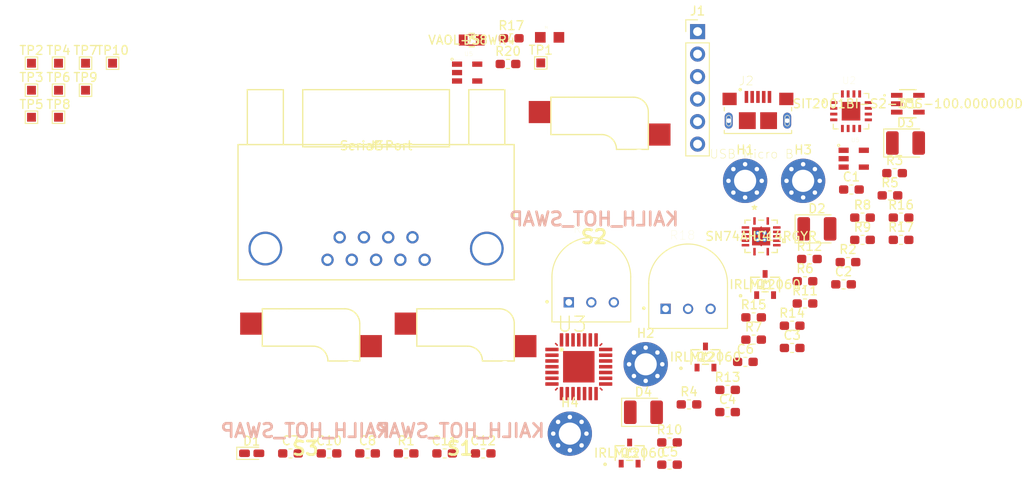
<source format=kicad_pcb>
(kicad_pcb (version 20171130) (host pcbnew 5.1.6-c6e7f7d~87~ubuntu18.04.1)
  (layers (0 F.Cu signal) (31 B.Cu signal) (34 B.Paste user) (35 F.Paste user) (36 B.SilkS user) (37 F.SilkS user) (38 B.Mask user) (39 F.Mask user) (44 Edge.Cuts user))
  (net 0 "")
  (net 1 GND)
  (net 2 +3V3)
  (net 3 +5V)
  (net 4 "Net-(C4-Pad1)")
  (net 5 "Net-(C7-Pad2)")
  (net 6 "Net-(C8-Pad2)")
  (net 7 "Net-(C11-Pad1)")
  (net 8 "Net-(D1-Pad2)")
  (net 9 "Net-(J2-Pad2)")
  (net 10 "Net-(J2-Pad3)")
  (net 11 "Net-(J2-Pad4)")
  (net 12 "Net-(J2-PadS1)")
  (net 13 "Net-(J3-Pad1)")
  (net 14 "Net-(J3-Pad4)")
  (net 15 "Net-(J3-Pad5)")
  (net 16 "Net-(J3-Pad6)")
  (net 17 "Net-(J3-Pad7)")
  (net 18 "Net-(J3-Pad8)")
  (net 19 "Net-(J3-Pad9)")
  (net 20 "Net-(R1-Pad1)")
  (net 21 "Net-(R3-Pad2)")
  (net 22 "Net-(R5-Pad2)")
  (net 23 "Net-(D2-Pad4)")
  (net 24 "Net-(J1-PadMCLR)")
  (net 25 "Net-(D4-Pad4)")
  (net 26 "Net-(D3-Pad4)")
  (net 27 "Net-(D3-Pad3)")
  (net 28 "Net-(D2-Pad3)")
  (net 29 "Net-(D4-Pad3)")
  (net 30 "Net-(R17-Pad2)")
  (net 31 "Net-(U1-Pad2)")
  (net 32 "Net-(U2-Pad2)")
  (net 33 "Net-(U2-Pad4)")
  (net 34 "Net-(U2-Pad5)")
  (net 35 "Net-(U2-Pad11)")
  (net 36 "Net-(U2-Pad14)")
  (net 37 "Net-(U2-Pad15)")
  (net 38 "Net-(U2-Pad16)")
  (net 39 "Net-(U3-PadRA2)")
  (net 40 "Net-(U3-PadRA3)")
  (net 41 "Net-(U3-PadRA4)")
  (net 42 SWITCH_OUT_1)
  (net 43 SWITCH_OUT_2)
  (net 44 SWITCH_OUT_3)
  (net 45 PGD)
  (net 46 PGC)
  (net 47 "Net-(U3-PadRB12)")
  (net 48 "Net-(U4-Pad3)")
  (net 49 "Net-(U4-Pad4)")
  (net 50 "Net-(U4-Pad8)")
  (net 51 "Net-(U4-Pad9)")
  (net 52 "Net-(U4-Pad10)")
  (net 53 "Net-(U4-Pad11)")
  (net 54 "Net-(J1-PadNC)")
  (net 55 /3V@20mA)
  (net 56 "Net-(D1-Pad+)")
  (net 57 "Net-(D2-Pad1)")
  (net 58 "Net-(D3-Pad1)")
  (net 59 "Net-(D4-Pad1)")
  (net 60 /2V@15mA)
  (net 61 "Net-(D5-Pad2)")
  (net 62 /RX)
  (net 63 /TX)
  (net 64 /Blue)
  (net 65 /1.7V@69mA)
  (net 66 /3V@69mA)
  (net 67 /Red)
  (net 68 /Green)
  (net 69 /1.7V@57mA)
  (net 70 /PWM-Hue)
  (net 71 /PWM-Brightness)
  (net 72 "Net-(TP1-Pad1)")
  (net 73 "Net-(U3-PadRB1)")
  (net 74 "Net-(U4-Pad15)")
  (net 75 "Net-(U5-Pad4)")
  (module Capacitor_SMD:C_0603_1608Metric_Pad1.05x0.95mm_HandSolder (layer F.Cu) (at 143.095001 -2.494999)
    (fp_text reference C1 (at 0 -1.43) (layer F.SilkS))
    (fp_text value 0.1UF)
    (pad 1 smd roundrect (at -0.875 0) (size 1.05 0.95) (layers F.Cu F.Paste F.Mask) (net 1 GND))
    (pad 2 smd roundrect (at 0.875 0) (size 1.05 0.95) (layers F.Cu F.Paste F.Mask) (net 2 +3V3))
  )
  (module Capacitor_SMD:C_0603_1608Metric_Pad1.05x0.95mm_HandSolder (layer F.Cu) (at 142.205001 8.205001)
    (fp_text reference C2 (at 0 -1.43) (layer F.SilkS))
    (fp_text value 1UF)
    (pad 1 smd roundrect (at -0.875 0) (size 1.05 0.95) (layers F.Cu F.Paste F.Mask) (net 3 +5V))
    (pad 2 smd roundrect (at 0.875 0) (size 1.05 0.95) (layers F.Cu F.Paste F.Mask) (net 1 GND))
  )
  (module Capacitor_SMD:C_0603_1608Metric_Pad1.05x0.95mm_HandSolder (layer F.Cu) (at 136.405001 15.385001)
    (fp_text reference C3 (at 0 -1.43) (layer F.SilkS))
    (fp_text value 10uF)
    (pad 2 smd roundrect (at 0.875 0) (size 1.05 0.95) (layers F.Cu F.Paste F.Mask) (net 1 GND))
    (pad 1 smd roundrect (at -0.875 0) (size 1.05 0.95) (layers F.Cu F.Paste F.Mask) (net 3 +5V))
  )
  (module Capacitor_SMD:C_0603_1608Metric_Pad1.05x0.95mm_HandSolder (layer F.Cu) (at 129.115001 22.625001)
    (fp_text reference C4 (at 0 -1.43) (layer F.SilkS))
    (fp_text value 0.1UF)
    (pad 2 smd roundrect (at 0.875 0) (size 1.05 0.95) (layers F.Cu F.Paste F.Mask) (net 1 GND))
    (pad 1 smd roundrect (at -0.875 0) (size 1.05 0.95) (layers F.Cu F.Paste F.Mask) (net 4 "Net-(C4-Pad1)"))
  )
  (module Capacitor_SMD:C_0603_1608Metric_Pad1.05x0.95mm_HandSolder (layer F.Cu) (at 122.565001 28.555001)
    (fp_text reference C5 (at 0 -1.43) (layer F.SilkS))
    (fp_text value 0.1UF)
    (pad 1 smd roundrect (at -0.875 0) (size 1.05 0.95) (layers F.Cu F.Paste F.Mask) (net 1 GND))
    (pad 2 smd roundrect (at 0.875 0) (size 1.05 0.95) (layers F.Cu F.Paste F.Mask) (net 2 +3V3))
  )
  (module Capacitor_SMD:C_0603_1608Metric_Pad1.05x0.95mm_HandSolder (layer F.Cu) (at 131.125001 16.955001)
    (fp_text reference C6 (at 0 -1.43) (layer F.SilkS))
    (fp_text value 0.1UF)
    (pad 2 smd roundrect (at 0.875 0) (size 1.05 0.95) (layers F.Cu F.Paste F.Mask) (net 2 +3V3))
    (pad 1 smd roundrect (at -0.875 0) (size 1.05 0.95) (layers F.Cu F.Paste F.Mask) (net 1 GND))
  )
  (module Capacitor_SMD:C_0603_1608Metric_Pad1.05x0.95mm_HandSolder (layer F.Cu) (at 79.785001 27.285001)
    (fp_text reference C7 (at 0 -1.43) (layer F.SilkS))
    (fp_text value 0.1UF)
    (pad 1 smd roundrect (at -0.875 0) (size 1.05 0.95) (layers F.Cu F.Paste F.Mask) (net 1 GND))
    (pad 2 smd roundrect (at 0.875 0) (size 1.05 0.95) (layers F.Cu F.Paste F.Mask) (net 5 "Net-(C7-Pad2)"))
  )
  (module Capacitor_SMD:C_0603_1608Metric_Pad1.05x0.95mm_HandSolder (layer F.Cu) (at 88.485001 27.285001)
    (fp_text reference C8 (at 0 -1.43) (layer F.SilkS))
    (fp_text value 0.1UF)
    (pad 2 smd roundrect (at 0.875 0) (size 1.05 0.95) (layers F.Cu F.Paste F.Mask) (net 6 "Net-(C8-Pad2)"))
    (pad 1 smd roundrect (at -0.875 0) (size 1.05 0.95) (layers F.Cu F.Paste F.Mask) (net 1 GND))
  )
  (module Capacitor_SMD:C_0603_1608Metric_Pad1.05x0.95mm_HandSolder (layer F.Cu) (at 84.135001 27.285001)
    (fp_text reference C10 (at 0 -1.43) (layer F.SilkS))
    (fp_text value 0.1UF)
    (pad 1 smd roundrect (at -0.875 0) (size 1.05 0.95) (layers F.Cu F.Paste F.Mask) (net 1 GND))
    (pad 2 smd roundrect (at 0.875 0) (size 1.05 0.95) (layers F.Cu F.Paste F.Mask) (net 2 +3V3))
  )
  (module Capacitor_SMD:C_0603_1608Metric_Pad1.05x0.95mm_HandSolder (layer F.Cu) (at 97.185001 27.285001)
    (fp_text reference C11 (at 0 -1.43) (layer F.SilkS))
    (fp_text value 0.1uF)
    (pad 1 smd roundrect (at -0.875 0) (size 1.05 0.95) (layers F.Cu F.Paste F.Mask) (net 7 "Net-(C11-Pad1)"))
    (pad 2 smd roundrect (at 0.875 0) (size 1.05 0.95) (layers F.Cu F.Paste F.Mask) (net 1 GND))
  )
  (module Capacitor_SMD:C_0603_1608Metric_Pad1.05x0.95mm_HandSolder (layer F.Cu) (at 101.535001 27.285001)
    (fp_text reference C12 (at 0 -1.43) (layer F.SilkS))
    (fp_text value 1UF)
    (pad 2 smd roundrect (at 0.875 0) (size 1.05 0.95) (layers F.Cu F.Paste F.Mask) (net 1 GND))
    (pad 1 smd roundrect (at -0.875 0) (size 1.05 0.95) (layers F.Cu F.Paste F.Mask) (net 2 +3V3))
  )
  (module LED_SMD:LED_0603_1608Metric_Castellated (layer F.Cu) (at 75.405001 27.275001)
    (fp_text reference D1 (at 0 -1.38) (layer F.SilkS))
    (fp_text value "RED LED")
    (pad 1 smd roundrect (at -0.8125 0) (size 1.225 0.85) (layers F.Cu F.Paste F.Mask) (net 1 GND))
    (pad 2 smd roundrect (at 0.8125 0) (size 1.225 0.85) (layers F.Cu F.Paste F.Mask) (net 8 "Net-(D1-Pad2)"))
  )
  (module LED_SMD:LED_1210_3225Metric_Pad1.42x2.65mm_HandSolder (layer F.Cu) (at 139.200001 1.945001)
    (fp_text reference D2 (at 0 -2.28) (layer F.SilkS))
    (fp_text value LED)
    (pad 1 smd roundrect (at -1.4875 0) (size 1.425 2.65) (layers F.Cu F.Paste F.Mask) (roundrect_rratio 0.175439) (net 57 "Net-(D2-Pad1)"))
    (pad 2 smd roundrect (at 1.4875 0) (size 1.425 2.65) (layers F.Cu F.Paste F.Mask) (roundrect_rratio 0.175439) (net 3 +5V))
  )
  (module LED_SMD:LED_1210_3225Metric_Pad1.42x2.65mm_HandSolder (layer F.Cu) (at 149.200001 -7.744999)
    (fp_text reference D3 (at 0 -2.28) (layer F.SilkS))
    (fp_text value LED)
    (pad 1 smd roundrect (at -1.4875 0) (size 1.425 2.65) (layers F.Cu F.Paste F.Mask) (roundrect_rratio 0.175439) (net 58 "Net-(D3-Pad1)"))
    (pad 2 smd roundrect (at 1.4875 0) (size 1.425 2.65) (layers F.Cu F.Paste F.Mask) (roundrect_rratio 0.175439) (net 3 +5V))
  )
  (module LED_SMD:LED_1210_3225Metric_Pad1.42x2.65mm_HandSolder (layer F.Cu) (at 119.620001 22.645001)
    (fp_text reference D4 (at 0 -2.28) (layer F.SilkS))
    (fp_text value LED)
    (pad 2 smd roundrect (at 1.4875 0) (size 1.425 2.65) (layers F.Cu F.Paste F.Mask) (roundrect_rratio 0.175439) (net 3 +5V))
    (pad 1 smd roundrect (at -1.4875 0) (size 1.425 2.65) (layers F.Cu F.Paste F.Mask) (roundrect_rratio 0.175439) (net 59 "Net-(D4-Pad1)"))
  )
  (module MountingHole:MountingHole_2.5mm_Pad_Via (layer F.Cu) (at 131.095001 -3.474999)
    (fp_text reference H1 (at 0 -3.5) (layer F.SilkS))
    (fp_text value MountingHole)
    (pad 1 thru_hole circle (at 1.325825 -1.325825) (size 0.8 0.8) (drill 0.5) (layers *.Cu *.Mask))
    (pad 1 thru_hole circle (at 0 -1.875) (size 0.8 0.8) (drill 0.5) (layers *.Cu *.Mask))
    (pad 1 thru_hole circle (at -1.325825 -1.325825) (size 0.8 0.8) (drill 0.5) (layers *.Cu *.Mask))
    (pad 1 thru_hole circle (at -1.875 0) (size 0.8 0.8) (drill 0.5) (layers *.Cu *.Mask))
    (pad 1 thru_hole circle (at -1.325825 1.325825) (size 0.8 0.8) (drill 0.5) (layers *.Cu *.Mask))
    (pad 1 thru_hole circle (at 0 1.875) (size 0.8 0.8) (drill 0.5) (layers *.Cu *.Mask))
    (pad 1 thru_hole circle (at 1.325825 1.325825) (size 0.8 0.8) (drill 0.5) (layers *.Cu *.Mask))
    (pad 1 thru_hole circle (at 1.875 0) (size 0.8 0.8) (drill 0.5) (layers *.Cu *.Mask))
    (pad 1 thru_hole circle (at 0 0) (size 5 5) (drill 2.5) (layers *.Cu *.Mask))
  )
  (module MountingHole:MountingHole_2.5mm_Pad_Via (layer F.Cu) (at 119.875001 17.225001)
    (fp_text reference H2 (at 0 -3.5) (layer F.SilkS))
    (fp_text value MountingHole)
    (pad 1 thru_hole circle (at 1.325825 -1.325825) (size 0.8 0.8) (drill 0.5) (layers *.Cu *.Mask))
    (pad 1 thru_hole circle (at 0 -1.875) (size 0.8 0.8) (drill 0.5) (layers *.Cu *.Mask))
    (pad 1 thru_hole circle (at -1.325825 -1.325825) (size 0.8 0.8) (drill 0.5) (layers *.Cu *.Mask))
    (pad 1 thru_hole circle (at -1.875 0) (size 0.8 0.8) (drill 0.5) (layers *.Cu *.Mask))
    (pad 1 thru_hole circle (at -1.325825 1.325825) (size 0.8 0.8) (drill 0.5) (layers *.Cu *.Mask))
    (pad 1 thru_hole circle (at 0 1.875) (size 0.8 0.8) (drill 0.5) (layers *.Cu *.Mask))
    (pad 1 thru_hole circle (at 1.325825 1.325825) (size 0.8 0.8) (drill 0.5) (layers *.Cu *.Mask))
    (pad 1 thru_hole circle (at 1.875 0) (size 0.8 0.8) (drill 0.5) (layers *.Cu *.Mask))
    (pad 1 thru_hole circle (at 0 0) (size 5 5) (drill 2.5) (layers *.Cu *.Mask))
  )
  (module MountingHole:MountingHole_2.5mm_Pad_Via (layer F.Cu) (at 137.645001 -3.474999)
    (fp_text reference H3 (at 0 -3.5) (layer F.SilkS))
    (fp_text value MountingHole)
    (pad 1 thru_hole circle (at 0 0) (size 5 5) (drill 2.5) (layers *.Cu *.Mask))
    (pad 1 thru_hole circle (at 1.875 0) (size 0.8 0.8) (drill 0.5) (layers *.Cu *.Mask))
    (pad 1 thru_hole circle (at 1.325825 1.325825) (size 0.8 0.8) (drill 0.5) (layers *.Cu *.Mask))
    (pad 1 thru_hole circle (at 0 1.875) (size 0.8 0.8) (drill 0.5) (layers *.Cu *.Mask))
    (pad 1 thru_hole circle (at -1.325825 1.325825) (size 0.8 0.8) (drill 0.5) (layers *.Cu *.Mask))
    (pad 1 thru_hole circle (at -1.875 0) (size 0.8 0.8) (drill 0.5) (layers *.Cu *.Mask))
    (pad 1 thru_hole circle (at -1.325825 -1.325825) (size 0.8 0.8) (drill 0.5) (layers *.Cu *.Mask))
    (pad 1 thru_hole circle (at 0 -1.875) (size 0.8 0.8) (drill 0.5) (layers *.Cu *.Mask))
    (pad 1 thru_hole circle (at 1.325825 -1.325825) (size 0.8 0.8) (drill 0.5) (layers *.Cu *.Mask))
  )
  (module MountingHole:MountingHole_2.5mm_Pad_Via (layer F.Cu) (at 111.315001 25.055001)
    (fp_text reference H4 (at 0 -3.5) (layer F.SilkS))
    (fp_text value MountingHole)
    (pad 1 thru_hole circle (at 0 0) (size 5 5) (drill 2.5) (layers *.Cu *.Mask))
    (pad 1 thru_hole circle (at 1.875 0) (size 0.8 0.8) (drill 0.5) (layers *.Cu *.Mask))
    (pad 1 thru_hole circle (at 1.325825 1.325825) (size 0.8 0.8) (drill 0.5) (layers *.Cu *.Mask))
    (pad 1 thru_hole circle (at 0 1.875) (size 0.8 0.8) (drill 0.5) (layers *.Cu *.Mask))
    (pad 1 thru_hole circle (at -1.325825 1.325825) (size 0.8 0.8) (drill 0.5) (layers *.Cu *.Mask))
    (pad 1 thru_hole circle (at -1.875 0) (size 0.8 0.8) (drill 0.5) (layers *.Cu *.Mask))
    (pad 1 thru_hole circle (at -1.325825 -1.325825) (size 0.8 0.8) (drill 0.5) (layers *.Cu *.Mask))
    (pad 1 thru_hole circle (at 0 -1.875) (size 0.8 0.8) (drill 0.5) (layers *.Cu *.Mask))
    (pad 1 thru_hole circle (at 1.325825 -1.325825) (size 0.8 0.8) (drill 0.5) (layers *.Cu *.Mask))
  )
  (module serial-mini:FCI_10118193-0001LF (layer F.Cu) (at 132.545001 -10.269999)
    (fp_text reference J2 (at -1.31441 -4.48892) (layer F.SilkS) (effects (font (thickness 0.05))))
    (fp_text value "USB Micro B" (at -0.71108 3.76872) (layer F.SilkS) (effects (font (thickness 0.05))))
    (fp_line (start -3.05 -0.35) (end -3.05 0.35) (layer Edge.Cuts) (width 0.1))
    (fp_line (start -3.55 0.35) (end -3.55 -0.35) (layer Edge.Cuts) (width 0.1))
    (fp_line (start 3.55 -0.35) (end 3.55 0.35) (layer Edge.Cuts) (width 0.1))
    (fp_line (start 3.05 0.35) (end 3.05 -0.35) (layer Edge.Cuts) (width 0.1))
    (fp_arc (start -3.3 -0.35) (end -3.3 -0.6) (angle -90) (layer Edge.Cuts) (width 0.1))
    (fp_arc (start -3.3 -0.35) (end -3.05 -0.35) (angle -90) (layer Edge.Cuts) (width 0.1))
    (fp_arc (start -3.3 0.35) (end -3.3 0.6) (angle -90) (layer Edge.Cuts) (width 0.1))
    (fp_arc (start -3.3 0.35) (end -3.55 0.35) (angle -90) (layer Edge.Cuts) (width 0.1))
    (fp_arc (start 3.3 -0.35) (end 3.3 -0.6) (angle -90) (layer Edge.Cuts) (width 0.1))
    (fp_arc (start 3.3 -0.35) (end 3.55 -0.35) (angle -90) (layer Edge.Cuts) (width 0.1))
    (fp_arc (start 3.3 0.35) (end 3.3 0.6) (angle -90) (layer Edge.Cuts) (width 0.1))
    (fp_arc (start 3.3 0.35) (end 3.05 0.35) (angle -90) (layer Edge.Cuts) (width 0.1))
    (fp_text user PCB~END (at 4.75 1.3) (layer Edge.Cuts) (effects (font (thickness 0.05))))
    (pad 1 smd rect (at -1.3 -2.675) (size 0.4 1.35) (layers F.Cu F.Paste F.Mask) (net 3 +5V))
    (pad 2 smd rect (at -0.65 -2.675) (size 0.4 1.35) (layers F.Cu F.Paste F.Mask) (net 9 "Net-(J2-Pad2)"))
    (pad 3 smd rect (at 0 -2.675) (size 0.4 1.35) (layers F.Cu F.Paste F.Mask) (net 10 "Net-(J2-Pad3)"))
    (pad 4 smd rect (at 0.65 -2.675) (size 0.4 1.35) (layers F.Cu F.Paste F.Mask) (net 11 "Net-(J2-Pad4)"))
    (pad 5 smd rect (at 1.3 -2.675) (size 0.4 1.35) (layers F.Cu F.Paste F.Mask) (net 1 GND))
    (pad S1 smd rect (at -3.2 -2.45) (size 1.6 1.4) (layers F.Cu F.Paste F.Mask) (net 12 "Net-(J2-PadS1)"))
    (pad S2 smd rect (at 3.2 -2.45) (size 1.6 1.4) (layers F.Cu F.Paste F.Mask) (net 12 "Net-(J2-PadS1)"))
    (pad S4 smd rect (at -1.2 0) (size 1.9 1.9) (layers F.Cu F.Paste F.Mask) (net 12 "Net-(J2-PadS1)"))
    (pad S3 smd rect (at 1.2 0) (size 1.9 1.9) (layers F.Cu F.Paste F.Mask) (net 12 "Net-(J2-PadS1)"))
    (pad Hole np_thru_hole circle (at -3.3 0) (size 0.5 0.5) (drill 0.5) (layers *.Cu *.Mask F.SilkS))
    (pad Hole np_thru_hole circle (at 3.3 0) (size 0.5 0.5) (drill 0.5) (layers *.Cu *.Mask F.SilkS))
    (pad S5 thru_hole oval (at -3.3 0 90) (size 1.8 0.9) (drill 0.5) (layers *.Cu *.Mask) (net 12 "Net-(J2-PadS1)"))
    (pad S6 thru_hole oval (at 3.3 0 90) (size 1.8 0.9) (drill 0.5) (layers *.Cu *.Mask) (net 12 "Net-(J2-PadS1)"))
  )
  (module serial-mini:3-106505-2 (layer F.Cu) (at 89.446101 -7.442199)
    (fp_text reference J3 (at 0 0) (layer F.SilkS))
    (fp_text value "Serial Port" (at 0 0) (layer F.SilkS))
    (fp_text user * (at 0 0) (layer F.SilkS))
    (pad 1 thru_hole circle (at -5.479999 12.8778) (size 1.397 1.397) (drill 0.889) (layers *.Cu *.Mask) (net 13 "Net-(J3-Pad1)"))
    (pad 2 thru_hole circle (at -2.74 12.8778) (size 1.397 1.397) (drill 0.889) (layers *.Cu *.Mask) (net 62 /RX))
    (pad 3 thru_hole circle (at 0 12.8778) (size 1.397 1.397) (drill 0.889) (layers *.Cu *.Mask) (net 63 /TX))
    (pad 4 thru_hole circle (at 2.74 12.8778) (size 1.397 1.397) (drill 0.889) (layers *.Cu *.Mask) (net 14 "Net-(J3-Pad4)"))
    (pad 5 thru_hole circle (at 5.479999 12.8778) (size 1.397 1.397) (drill 0.889) (layers *.Cu *.Mask) (net 15 "Net-(J3-Pad5)"))
    (pad 6 thru_hole circle (at -4.109999 10.3378) (size 1.397 1.397) (drill 0.889) (layers *.Cu *.Mask) (net 16 "Net-(J3-Pad6)"))
    (pad 7 thru_hole circle (at -1.37 10.3378) (size 1.397 1.397) (drill 0.889) (layers *.Cu *.Mask) (net 17 "Net-(J3-Pad7)"))
    (pad 8 thru_hole circle (at 1.37 10.3378) (size 1.397 1.397) (drill 0.889) (layers *.Cu *.Mask) (net 18 "Net-(J3-Pad8)"))
    (pad 9 thru_hole circle (at 4.109999 10.3378) (size 1.397 1.397) (drill 0.889) (layers *.Cu *.Mask) (net 19 "Net-(J3-Pad9)"))
    (pad 10 thru_hole circle (at -12.4968 11.6078) (size 3.81 3.81) (drill 3.302) (layers *.Cu *.Mask))
    (pad 11 thru_hole circle (at 12.4968 11.6078) (size 3.81 3.81) (drill 3.302) (layers *.Cu *.Mask))
  )
  (module serial-mini:IRLML2060TRPBF (layer F.Cu) (at 133.351801 8.225801)
    (fp_text reference Q1 (at 0 0) (layer F.SilkS))
    (fp_text value IRLML2060 (at 0 0) (layer F.SilkS))
    (fp_text user * (at 0 0) (layer F.SilkS))
    (pad 1 smd rect (at -0.9525 1.1938) (size 0.5588 0.8636) (layers F.Cu F.Paste F.Mask) (net 64 /Blue))
    (pad 2 smd rect (at 0.9525 1.1938) (size 0.5588 0.8636) (layers F.Cu F.Paste F.Mask) (net 65 /1.7V@69mA))
    (pad 3 smd rect (at 0 -1.1938) (size 0.5588 0.8636) (layers F.Cu F.Paste F.Mask) (net 1 GND))
  )
  (module serial-mini:IRLML2060TRPBF (layer F.Cu) (at 126.621801 16.405801)
    (fp_text reference Q2 (at 0 0) (layer F.SilkS))
    (fp_text value IRLML2060 (at 0 0) (layer F.SilkS))
    (fp_text user * (at 0 0) (layer F.SilkS))
    (pad 3 smd rect (at 0 -1.1938) (size 0.5588 0.8636) (layers F.Cu F.Paste F.Mask) (net 1 GND))
    (pad 2 smd rect (at 0.9525 1.1938) (size 0.5588 0.8636) (layers F.Cu F.Paste F.Mask) (net 66 /3V@69mA))
    (pad 1 smd rect (at -0.9525 1.1938) (size 0.5588 0.8636) (layers F.Cu F.Paste F.Mask) (net 67 /Red))
  )
  (module serial-mini:IRLML2060TRPBF (layer F.Cu) (at 118.061801 27.245801)
    (fp_text reference Q3 (at 0 0) (layer F.SilkS))
    (fp_text value IRLML2060 (at 0 0) (layer F.SilkS))
    (fp_text user * (at 0 0) (layer F.SilkS))
    (pad 1 smd rect (at -0.9525 1.1938) (size 0.5588 0.8636) (layers F.Cu F.Paste F.Mask) (net 68 /Green))
    (pad 2 smd rect (at 0.9525 1.1938) (size 0.5588 0.8636) (layers F.Cu F.Paste F.Mask) (net 69 /1.7V@57mA))
    (pad 3 smd rect (at 0 -1.1938) (size 0.5588 0.8636) (layers F.Cu F.Paste F.Mask) (net 1 GND))
  )
  (module Resistor_SMD:R_0603_1608Metric_Pad1.05x0.95mm_HandSolder (layer F.Cu) (at 92.835001 27.285001)
    (fp_text reference R1 (at 0 -1.43) (layer F.SilkS))
    (fp_text value 10k)
    (pad 2 smd roundrect (at 0.875 0) (size 1.05 0.95) (layers F.Cu F.Paste F.Mask) (net 2 +3V3))
    (pad 1 smd roundrect (at -0.875 0) (size 1.05 0.95) (layers F.Cu F.Paste F.Mask) (net 20 "Net-(R1-Pad1)"))
  )
  (module Resistor_SMD:R_0603_1608Metric_Pad1.05x0.95mm_HandSolder (layer F.Cu) (at 142.705001 5.695001)
    (fp_text reference R2 (at 0 -1.43) (layer F.SilkS))
    (fp_text value 10k)
    (pad 1 smd roundrect (at -0.875 0) (size 1.05 0.95) (layers F.Cu F.Paste F.Mask) (net 20 "Net-(R1-Pad1)"))
    (pad 2 smd roundrect (at 0.875 0) (size 1.05 0.95) (layers F.Cu F.Paste F.Mask) (net 4 "Net-(C4-Pad1)"))
  )
  (module Resistor_SMD:R_0603_1608Metric_Pad1.05x0.95mm_HandSolder (layer F.Cu) (at 147.965001 -4.344999)
    (fp_text reference R3 (at 0 -1.43) (layer F.SilkS))
    (fp_text value 10k)
    (pad 1 smd roundrect (at -0.875 0) (size 1.05 0.95) (layers F.Cu F.Paste F.Mask) (net 2 +3V3))
    (pad 2 smd roundrect (at 0.875 0) (size 1.05 0.95) (layers F.Cu F.Paste F.Mask) (net 21 "Net-(R3-Pad2)"))
  )
  (module Resistor_SMD:R_0603_1608Metric_Pad1.05x0.95mm_HandSolder (layer F.Cu) (at 124.765001 21.755001)
    (fp_text reference R4 (at 0 -1.43) (layer F.SilkS))
    (fp_text value 10k)
    (pad 1 smd roundrect (at -0.875 0) (size 1.05 0.95) (layers F.Cu F.Paste F.Mask) (net 21 "Net-(R3-Pad2)"))
    (pad 2 smd roundrect (at 0.875 0) (size 1.05 0.95) (layers F.Cu F.Paste F.Mask) (net 5 "Net-(C7-Pad2)"))
  )
  (module Resistor_SMD:R_0603_1608Metric_Pad1.05x0.95mm_HandSolder (layer F.Cu) (at 147.445001 -1.834999)
    (fp_text reference R5 (at 0 -1.43) (layer F.SilkS))
    (fp_text value 10k)
    (pad 1 smd roundrect (at -0.875 0) (size 1.05 0.95) (layers F.Cu F.Paste F.Mask) (net 6 "Net-(C8-Pad2)"))
    (pad 2 smd roundrect (at 0.875 0) (size 1.05 0.95) (layers F.Cu F.Paste F.Mask) (net 22 "Net-(R5-Pad2)"))
  )
  (module Resistor_SMD:R_0603_1608Metric_Pad1.05x0.95mm_HandSolder (layer F.Cu) (at 137.855001 7.855001)
    (fp_text reference R6 (at 0 -1.43) (layer F.SilkS))
    (fp_text value 10k)
    (pad 1 smd roundrect (at -0.875 0) (size 1.05 0.95) (layers F.Cu F.Paste F.Mask) (net 2 +3V3))
    (pad 2 smd roundrect (at 0.875 0) (size 1.05 0.95) (layers F.Cu F.Paste F.Mask) (net 22 "Net-(R5-Pad2)"))
  )
  (module Resistor_SMD:R_0603_1608Metric_Pad1.05x0.95mm_HandSolder (layer F.Cu) (at 132.055001 14.445001)
    (fp_text reference R7 (at 0 -1.43) (layer F.SilkS))
    (fp_text value 74)
    (pad 2 smd roundrect (at 0.875 0) (size 1.05 0.95) (layers F.Cu F.Paste F.Mask) (net 28 "Net-(D2-Pad3)"))
    (pad 1 smd roundrect (at -0.875 0) (size 1.05 0.95) (layers F.Cu F.Paste F.Mask) (net 65 /1.7V@69mA))
  )
  (module Resistor_SMD:R_0603_1608Metric_Pad1.05x0.95mm_HandSolder (layer F.Cu) (at 144.345001 0.675001)
    (fp_text reference R8 (at 0 -1.43) (layer F.SilkS))
    (fp_text value 10k)
    (pad 2 smd roundrect (at 0.875 0) (size 1.05 0.95) (layers F.Cu F.Paste F.Mask) (net 2 +3V3))
    (pad 1 smd roundrect (at -0.875 0) (size 1.05 0.95) (layers F.Cu F.Paste F.Mask) (net 24 "Net-(J1-PadMCLR)"))
  )
  (module Resistor_SMD:R_0603_1608Metric_Pad1.05x0.95mm_HandSolder (layer F.Cu) (at 144.345001 3.185001)
    (fp_text reference R9 (at 0 -1.43) (layer F.SilkS))
    (fp_text value 74)
    (pad 2 smd roundrect (at 0.875 0) (size 1.05 0.95) (layers F.Cu F.Paste F.Mask) (net 29 "Net-(D4-Pad3)"))
    (pad 1 smd roundrect (at -0.875 0) (size 1.05 0.95) (layers F.Cu F.Paste F.Mask) (net 65 /1.7V@69mA))
  )
  (module Resistor_SMD:R_0603_1608Metric_Pad1.05x0.95mm_HandSolder (layer F.Cu) (at 122.565001 26.045001)
    (fp_text reference R10 (at 0 -1.43) (layer F.SilkS))
    (fp_text value 130)
    (pad 1 smd roundrect (at -0.875 0) (size 1.05 0.95) (layers F.Cu F.Paste F.Mask) (net 66 /3V@69mA))
    (pad 2 smd roundrect (at 0.875 0) (size 1.05 0.95) (layers F.Cu F.Paste F.Mask) (net 57 "Net-(D2-Pad1)"))
  )
  (module Resistor_SMD:R_0603_1608Metric_Pad1.05x0.95mm_HandSolder (layer F.Cu) (at 137.855001 10.365001)
    (fp_text reference R11 (at 0 -1.43) (layer F.SilkS))
    (fp_text value 74)
    (pad 1 smd roundrect (at -0.875 0) (size 1.05 0.95) (layers F.Cu F.Paste F.Mask) (net 65 /1.7V@69mA))
    (pad 2 smd roundrect (at 0.875 0) (size 1.05 0.95) (layers F.Cu F.Paste F.Mask) (net 27 "Net-(D3-Pad3)"))
  )
  (module Resistor_SMD:R_0603_1608Metric_Pad1.05x0.95mm_HandSolder (layer F.Cu) (at 138.355001 5.345001)
    (fp_text reference R12 (at 0 -1.43) (layer F.SilkS))
    (fp_text value 130)
    (pad 2 smd roundrect (at 0.875 0) (size 1.05 0.95) (layers F.Cu F.Paste F.Mask) (net 58 "Net-(D3-Pad1)"))
    (pad 1 smd roundrect (at -0.875 0) (size 1.05 0.95) (layers F.Cu F.Paste F.Mask) (net 66 /3V@69mA))
  )
  (module Resistor_SMD:R_0603_1608Metric_Pad1.05x0.95mm_HandSolder (layer F.Cu) (at 129.115001 20.115001)
    (fp_text reference R13 (at 0 -1.43) (layer F.SilkS))
    (fp_text value 90)
    (pad 2 smd roundrect (at 0.875 0) (size 1.05 0.95) (layers F.Cu F.Paste F.Mask) (net 26 "Net-(D3-Pad4)"))
    (pad 1 smd roundrect (at -0.875 0) (size 1.05 0.95) (layers F.Cu F.Paste F.Mask) (net 69 /1.7V@57mA))
  )
  (module Resistor_SMD:R_0603_1608Metric_Pad1.05x0.95mm_HandSolder (layer F.Cu) (at 136.405001 12.875001)
    (fp_text reference R14 (at 0 -1.43) (layer F.SilkS))
    (fp_text value 130)
    (pad 2 smd roundrect (at 0.875 0) (size 1.05 0.95) (layers F.Cu F.Paste F.Mask) (net 59 "Net-(D4-Pad1)"))
    (pad 1 smd roundrect (at -0.875 0) (size 1.05 0.95) (layers F.Cu F.Paste F.Mask) (net 66 /3V@69mA))
  )
  (module Resistor_SMD:R_0603_1608Metric_Pad1.05x0.95mm_HandSolder (layer F.Cu) (at 132.055001 11.935001)
    (fp_text reference R15 (at 0 -1.43) (layer F.SilkS))
    (fp_text value 90)
    (pad 2 smd roundrect (at 0.875 0) (size 1.05 0.95) (layers F.Cu F.Paste F.Mask) (net 23 "Net-(D2-Pad4)"))
    (pad 1 smd roundrect (at -0.875 0) (size 1.05 0.95) (layers F.Cu F.Paste F.Mask) (net 69 /1.7V@57mA))
  )
  (module Resistor_SMD:R_0603_1608Metric_Pad1.05x0.95mm_HandSolder (layer F.Cu) (at 148.695001 0.675001)
    (fp_text reference R16 (at 0 -1.43) (layer F.SilkS))
    (fp_text value 90)
    (pad 1 smd roundrect (at -0.875 0) (size 1.05 0.95) (layers F.Cu F.Paste F.Mask) (net 69 /1.7V@57mA))
    (pad 2 smd roundrect (at 0.875 0) (size 1.05 0.95) (layers F.Cu F.Paste F.Mask) (net 25 "Net-(D4-Pad4)"))
  )
  (module Resistor_SMD:R_0603_1608Metric_Pad1.05x0.95mm_HandSolder (layer F.Cu) (at 148.695001 3.185001)
    (fp_text reference R17 (at 0 -1.43) (layer F.SilkS))
    (fp_text value 90)
    (pad 1 smd roundrect (at -0.875 0) (size 1.05 0.95) (layers F.Cu F.Paste F.Mask) (net 8 "Net-(D1-Pad2)"))
    (pad 2 smd roundrect (at 0.875 0) (size 1.05 0.95) (layers F.Cu F.Paste F.Mask) (net 30 "Net-(R17-Pad2)"))
  )
  (module serial-mini:TRIM_3352T-1-103LF (layer F.Cu) (at 124.660001 8.100001)
    (fp_text reference R18 (at -0.625 -5.435) (layer F.SilkS) (effects (font (thickness 0.015))))
    (fp_text value 3352T-1-103LF)
    (pad 1 thru_hole rect (at -2.54 2.87) (size 1.16 1.16) (drill 0.76) (layers *.Cu *.Mask) (net 1 GND))
    (pad 2 thru_hole circle (at 0 2.87) (size 1.16 1.16) (drill 0.76) (layers *.Cu *.Mask) (net 70 /PWM-Hue))
    (pad 3 thru_hole circle (at 2.54 2.87) (size 1.16 1.16) (drill 0.76) (layers *.Cu *.Mask) (net 2 +3V3))
  )
  (module serial-mini:TRIM_3352T-1-103LF (layer F.Cu) (at 113.740001 7.370001)
    (fp_text reference R19 (at -0.625 -5.435) (layer F.SilkS) (effects (font (thickness 0.015))))
    (fp_text value 3352T-1-103LF)
    (pad 3 thru_hole circle (at 2.54 2.87) (size 1.16 1.16) (drill 0.76) (layers *.Cu *.Mask) (net 2 +3V3))
    (pad 2 thru_hole circle (at 0 2.87) (size 1.16 1.16) (drill 0.76) (layers *.Cu *.Mask) (net 71 /PWM-Brightness))
    (pad 1 thru_hole rect (at -2.54 2.87) (size 1.16 1.16) (drill 0.76) (layers *.Cu *.Mask) (net 1 GND))
  )
  (module serial-mini:Kailh_MX_Socket (layer F.Cu) (at 98.910501 17.720501)
    (fp_text reference S1 (at 0 9) (layer F.SilkS) (effects (font (size 1.524 1.524) (thickness 0.3048))))
    (fp_text value KAILH_HOT_SWAP (at 0 7) (layer B.SilkS) (effects (font (size 1.524 1.524) (thickness 0.3048)) (justify mirror)))
    (pad "" np_thru_hole circle (at 5.08 0) (size 1.7 1.7) (drill 1.7) (layers *.Cu *.Mask))
    (pad "" np_thru_hole circle (at -5.08 0) (size 1.7 1.7) (drill 1.7) (layers *.Cu *.Mask))
    (pad 2 smd rect (at -6.09 -5.08) (size 2.55 2.5) (layers F.Cu F.Paste F.Mask) (net 20 "Net-(R1-Pad1)"))
    (pad "" np_thru_hole circle (at 3.81 -2.54) (size 2.95 2.95) (drill 2.95) (layers *.Cu *.Mask))
    (pad "" np_thru_hole circle (at -2.54 -5.08) (size 2.95 2.95) (drill 2.95) (layers *.Cu *.Mask))
    (pad "" np_thru_hole circle (at 0 0) (size 3.98018 3.98018) (drill 3.98018) (layers *.Cu *.Mask))
    (pad 1 smd rect (at 7.36 -2.54) (size 2.55 2.5) (layers F.Cu F.Paste F.Mask) (net 1 GND))
  )
  (module serial-mini:Kailh_MX_Socket (layer F.Cu) (at 114.040501 -6.159499)
    (fp_text reference S2 (at 0 9) (layer F.SilkS) (effects (font (size 1.524 1.524) (thickness 0.3048))))
    (fp_text value KAILH_HOT_SWAP (at 0 7) (layer B.SilkS) (effects (font (size 1.524 1.524) (thickness 0.3048)) (justify mirror)))
    (pad 1 smd rect (at 7.36 -2.54) (size 2.55 2.5) (layers F.Cu F.Paste F.Mask) (net 1 GND))
    (pad "" np_thru_hole circle (at 0 0) (size 3.98018 3.98018) (drill 3.98018) (layers *.Cu *.Mask))
    (pad "" np_thru_hole circle (at -2.54 -5.08) (size 2.95 2.95) (drill 2.95) (layers *.Cu *.Mask))
    (pad "" np_thru_hole circle (at 3.81 -2.54) (size 2.95 2.95) (drill 2.95) (layers *.Cu *.Mask))
    (pad 2 smd rect (at -6.09 -5.08) (size 2.55 2.5) (layers F.Cu F.Paste F.Mask) (net 21 "Net-(R3-Pad2)"))
    (pad "" np_thru_hole circle (at -5.08 0) (size 1.7 1.7) (drill 1.7) (layers *.Cu *.Mask))
    (pad "" np_thru_hole circle (at 5.08 0) (size 1.7 1.7) (drill 1.7) (layers *.Cu *.Mask))
  )
  (module serial-mini:Kailh_MX_Socket (layer F.Cu) (at 81.470501 17.720501)
    (fp_text reference S3 (at 0 9) (layer F.SilkS) (effects (font (size 1.524 1.524) (thickness 0.3048))))
    (fp_text value KAILH_HOT_SWAP (at 0 7) (layer B.SilkS) (effects (font (size 1.524 1.524) (thickness 0.3048)) (justify mirror)))
    (pad 1 smd rect (at 7.36 -2.54) (size 2.55 2.5) (layers F.Cu F.Paste F.Mask) (net 22 "Net-(R5-Pad2)"))
    (pad "" np_thru_hole circle (at 0 0) (size 3.98018 3.98018) (drill 3.98018) (layers *.Cu *.Mask))
    (pad "" np_thru_hole circle (at -2.54 -5.08) (size 2.95 2.95) (drill 2.95) (layers *.Cu *.Mask))
    (pad "" np_thru_hole circle (at 3.81 -2.54) (size 2.95 2.95) (drill 2.95) (layers *.Cu *.Mask))
    (pad 2 smd rect (at -6.09 -5.08) (size 2.55 2.5) (layers F.Cu F.Paste F.Mask) (net 1 GND))
    (pad "" np_thru_hole circle (at -5.08 0) (size 1.7 1.7) (drill 1.7) (layers *.Cu *.Mask))
    (pad "" np_thru_hole circle (at 5.08 0) (size 1.7 1.7) (drill 1.7) (layers *.Cu *.Mask))
  )
  (module serial-mini:SIT2001BI-S2-33S-100.000000D (layer F.Cu) (at 149.461401 -12.179299)
    (fp_text reference U1 (at 0 0) (layer F.SilkS))
    (fp_text value SIT2001BI-S2-33S-100.000000D (at 0 0) (layer F.SilkS))
    (fp_text user * (at 0 0) (layer F.SilkS))
    (pad 5 smd rect (at 1.25 -0.950001) (size 1.3 0.55) (layers F.Cu F.Paste F.Mask) (net 72 "Net-(TP1-Pad1)"))
    (pad 4 smd rect (at 1.25 0.950001) (size 1.3 0.55) (layers F.Cu F.Paste F.Mask) (net 2 +3V3))
    (pad 3 smd rect (at -1.25 0.950001) (size 1.3 0.55) (layers F.Cu F.Paste F.Mask) (net 2 +3V3))
    (pad 2 smd rect (at -1.25 0) (size 1.3 0.55) (layers F.Cu F.Paste F.Mask) (net 31 "Net-(U1-Pad2)"))
    (pad 1 smd rect (at -1.25 -0.950001) (size 1.3 0.55) (layers F.Cu F.Paste F.Mask) (net 1 GND))
  )
  (module serial-mini:FT230XQ (layer F.Cu) (at 143.050001 -11.334999)
    (fp_text reference U2 (at -0.21808 -3.46754) (layer F.SilkS) (effects (font (size 0.8 0.8) (thickness 0.015))))
    (fp_text value FT230XQ-R)
    (pad 1 smd rect (at -1.95 -0.975) (size 0.81 0.32) (layers F.Cu F.Paste F.Mask) (net 7 "Net-(C11-Pad1)"))
    (pad 2 smd rect (at -1.95 -0.325) (size 0.81 0.32) (layers F.Cu F.Paste F.Mask) (net 32 "Net-(U2-Pad2)"))
    (pad 3 smd rect (at -1.95 0.325) (size 0.81 0.32) (layers F.Cu F.Paste F.Mask) (net 1 GND))
    (pad 4 smd rect (at -1.95 0.975) (size 0.81 0.32) (layers F.Cu F.Paste F.Mask) (net 33 "Net-(U2-Pad4)"))
    (pad 5 smd rect (at -0.975 1.95) (size 0.32 0.81) (layers F.Cu F.Paste F.Mask) (net 34 "Net-(U2-Pad5)"))
    (pad 6 smd rect (at -0.325 1.95) (size 0.32 0.81) (layers F.Cu F.Paste F.Mask) (net 10 "Net-(J2-Pad3)"))
    (pad 7 smd rect (at 0.325 1.95) (size 0.32 0.81) (layers F.Cu F.Paste F.Mask) (net 9 "Net-(J2-Pad2)"))
    (pad 8 smd rect (at 0.975 1.95) (size 0.32 0.81) (layers F.Cu F.Paste F.Mask) (net 7 "Net-(C11-Pad1)"))
    (pad 9 smd rect (at 1.95 0.975) (size 0.81 0.32) (layers F.Cu F.Paste F.Mask) (net 7 "Net-(C11-Pad1)"))
    (pad 10 smd rect (at 1.95 0.325) (size 0.81 0.32) (layers F.Cu F.Paste F.Mask) (net 3 +5V))
    (pad 11 smd rect (at 1.95 -0.325) (size 0.81 0.32) (layers F.Cu F.Paste F.Mask) (net 35 "Net-(U2-Pad11)"))
    (pad 12 smd rect (at 1.95 -0.975) (size 0.81 0.32) (layers F.Cu F.Paste F.Mask) (net 55 /3V@20mA))
    (pad 13 smd rect (at 0.975 -1.95) (size 0.32 0.81) (layers F.Cu F.Paste F.Mask) (net 1 GND))
    (pad 14 smd rect (at 0.325 -1.95) (size 0.32 0.81) (layers F.Cu F.Paste F.Mask) (net 36 "Net-(U2-Pad14)"))
    (pad 15 smd rect (at -0.325 -1.95) (size 0.32 0.81) (layers F.Cu F.Paste F.Mask) (net 37 "Net-(U2-Pad15)"))
    (pad 16 smd rect (at -0.975 -1.95) (size 0.32 0.81) (layers F.Cu F.Paste F.Mask) (net 38 "Net-(U2-Pad16)"))
    (pad 17 smd rect (at 0 0) (size 2.1 2.1) (layers F.Cu F.Mask) (net 1 GND))
  )
  (module serial-mini:‎DSPIC33CK32MP102 (layer F.Cu) (at 112.324601 17.504601)
    (fp_text reference U3 (at -2.54 -3.81) (layer F.SilkS) (effects (font (size 1.6891 1.6891) (thickness 0.14224)) (justify left bottom)))
    (fp_text value DSPIC33CK64MP102)
    (pad RB14 smd roundrect (at -3.031 -1.95) (size 1.5 0.4) (layers F.Cu F.Mask) (roundrect_rratio 0.125) (net 67 /Red))
    (pad RB15 smd roundrect (at -3.031 -1.3) (size 1.5 0.4) (layers F.Cu F.Mask) (roundrect_rratio 0.125) (net 64 /Blue))
    (pad MCLR smd roundrect (at -3.031 -0.65) (size 1.5 0.4) (layers F.Cu F.Mask) (roundrect_rratio 0.125) (net 24 "Net-(J1-PadMCLR)"))
    (pad RA0 smd roundrect (at -3.031 0) (size 1.5 0.4) (layers F.Cu F.Mask) (roundrect_rratio 0.125) (net 71 /PWM-Brightness))
    (pad RA1 smd roundrect (at -3.031 0.65) (size 1.5 0.4) (layers F.Cu F.Mask) (roundrect_rratio 0.125) (net 60 /2V@15mA))
    (pad RA2 smd roundrect (at -3.031 1.3) (size 1.5 0.4) (layers F.Cu F.Mask) (roundrect_rratio 0.125) (net 39 "Net-(U3-PadRA2)"))
    (pad RA3 smd roundrect (at -3.031 1.95) (size 1.5 0.4) (layers F.Cu F.Mask) (roundrect_rratio 0.125) (net 40 "Net-(U3-PadRA3)"))
    (pad RA4 smd roundrect (at -1.95 3.031 90) (size 1.5 0.4) (layers F.Cu F.Mask) (roundrect_rratio 0.125) (net 41 "Net-(U3-PadRA4)"))
    (pad AVDD smd roundrect (at -1.3 3.031 90) (size 1.5 0.4) (layers F.Cu F.Mask) (roundrect_rratio 0.125) (net 2 +3V3))
    (pad AVSS smd roundrect (at -0.65 3.031 90) (size 1.5 0.4) (layers F.Cu F.Mask) (roundrect_rratio 0.125) (net 1 GND))
    (pad VDD smd roundrect (at 0 3.031 90) (size 1.5 0.4) (layers F.Cu F.Mask) (roundrect_rratio 0.125) (net 2 +3V3))
    (pad VSS smd roundrect (at 0.65 3.031 90) (size 1.5 0.4) (layers F.Cu F.Mask) (roundrect_rratio 0.125) (net 1 GND))
    (pad RB0 smd roundrect (at 1.3 3.031 90) (size 1.5 0.4) (layers F.Cu F.Mask) (roundrect_rratio 0.125) (net 72 "Net-(TP1-Pad1)"))
    (pad RB1 smd roundrect (at 1.95 3.031 90) (size 1.5 0.4) (layers F.Cu F.Mask) (roundrect_rratio 0.125) (net 73 "Net-(U3-PadRB1)"))
    (pad RB2 smd roundrect (at 3.031 1.95 180) (size 1.5 0.4) (layers F.Cu F.Mask) (roundrect_rratio 0.125) (net 70 /PWM-Hue))
    (pad RB3 smd roundrect (at 3.031 1.3 180) (size 1.5 0.4) (layers F.Cu F.Mask) (roundrect_rratio 0.125) (net 42 SWITCH_OUT_1))
    (pad RB4 smd roundrect (at 3.031 0.65 180) (size 1.5 0.4) (layers F.Cu F.Mask) (roundrect_rratio 0.125) (net 43 SWITCH_OUT_2))
    (pad RB5 smd roundrect (at 3.031 0 180) (size 1.5 0.4) (layers F.Cu F.Mask) (roundrect_rratio 0.125) (net 44 SWITCH_OUT_3))
    (pad RB6 smd roundrect (at 3.031 -0.65 180) (size 1.5 0.4) (layers F.Cu F.Mask) (roundrect_rratio 0.125) (net 37 "Net-(U2-Pad15)"))
    (pad RB7 smd roundrect (at 3.031 -1.3 180) (size 1.5 0.4) (layers F.Cu F.Mask) (roundrect_rratio 0.125) (net 32 "Net-(U2-Pad2)"))
    (pad RB8 smd roundrect (at 3.031 -1.95 180) (size 1.5 0.4) (layers F.Cu F.Mask) (roundrect_rratio 0.125) (net 45 PGD))
    (pad RB9 smd roundrect (at 1.95 -3.031 270) (size 1.5 0.4) (layers F.Cu F.Mask) (roundrect_rratio 0.125) (net 46 PGC))
    (pad VSS smd roundrect (at 1.3 -3.031 270) (size 1.5 0.4) (layers F.Cu F.Mask) (roundrect_rratio 0.125) (net 1 GND))
    (pad VDD smd roundrect (at 0.65 -3.031 270) (size 1.5 0.4) (layers F.Cu F.Mask) (roundrect_rratio 0.125) (net 2 +3V3))
    (pad RB10 smd roundrect (at 0 -3.031 270) (size 1.5 0.4) (layers F.Cu F.Mask) (roundrect_rratio 0.125) (net 63 /TX))
    (pad RB11 smd roundrect (at -0.65 -3.031 270) (size 1.5 0.4) (layers F.Cu F.Mask) (roundrect_rratio 0.125) (net 62 /RX))
    (pad RB12 smd roundrect (at -1.3 -3.031 270) (size 1.5 0.4) (layers F.Cu F.Mask) (roundrect_rratio 0.125) (net 47 "Net-(U3-PadRB12)"))
    (pad RB13 smd roundrect (at -1.95 -3.031 270) (size 1.5 0.4) (layers F.Cu F.Mask) (roundrect_rratio 0.125) (net 68 /Green))
    (pad R1 smd roundrect (at -2.525 -2.525 45) (size 0.17 0.4) (layers F.Cu F.Mask) (roundrect_rratio 0.125))
    (pad R2 smd roundrect (at -2.525 2.525 135) (size 0.17 0.4) (layers F.Cu F.Mask) (roundrect_rratio 0.125))
    (pad R3 smd roundrect (at 2.525 2.525 225) (size 0.17 0.4) (layers F.Cu F.Mask) (roundrect_rratio 0.125))
    (pad R4 smd roundrect (at 2.5 -2.5 315) (size 0.17 0.4) (layers F.Cu F.Mask) (roundrect_rratio 0.125))
    (pad PAD smd rect (at 0 0) (size 3.55 3.55) (layers F.Cu F.Mask) (net 1 GND))
  )
  (module serial-mini:SN74AHC14RGYR (layer F.Cu) (at 132.904142 2.786143)
    (fp_text reference U4 (at 0 0) (layer F.SilkS))
    (fp_text value SN74AHC14RGYR (at 0 0) (layer F.SilkS))
    (fp_line (start 0 -1.025) (end 0 -1.025) (layer F.Cu) (width 0.1524))
    (fp_line (start 0 -1.025) (end 0 -1.025) (layer F.Cu) (width 0.1524))
    (fp_line (start 0 -1.025) (end 0 -1.025) (layer F.Cu) (width 0.1524))
    (fp_line (start 0 -1.025) (end 0 -1.025) (layer F.Cu) (width 0.1524))
    (fp_line (start 0 -1.025) (end 0 -1.025) (layer F.Cu) (width 0.1524))
    (fp_line (start 0 -1.025) (end 0 -1.025) (layer F.Cu) (width 0.1524))
    (fp_line (start 0 -1.025) (end 0 -1.025) (layer F.Cu) (width 0.1524))
    (fp_line (start 0 -1.025) (end 0 -1.025) (layer F.Cu) (width 0.1524))
    (fp_line (start 0 1.025) (end 0 1.025) (layer F.Cu) (width 0.1524))
    (fp_line (start 0 1.025) (end 0 1.025) (layer F.Cu) (width 0.1524))
    (fp_line (start 0 1.025) (end 0 1.025) (layer F.Cu) (width 0.1524))
    (fp_line (start 0 1.025) (end 0 1.025) (layer F.Cu) (width 0.1524))
    (fp_line (start 0 1.025) (end 0 1.025) (layer F.Cu) (width 0.1524))
    (fp_line (start 0 1.025) (end 0 1.025) (layer F.Cu) (width 0.1524))
    (fp_line (start 0 1.025) (end 0 1.025) (layer F.Cu) (width 0.1524))
    (fp_line (start 0 1.025) (end 0 1.025) (layer F.Cu) (width 0.1524))
    (fp_text user * (at -0.75 -2.943342) (layer F.SilkS))
    (fp_text user * (at -0.75 -2.943342) (layer F.SilkS))
    (pad 1 smd rect (at -0.750001 -1.731) (size 0.28 0.85) (layers F.Cu F.Paste F.Mask) (net 5 "Net-(C7-Pad2)"))
    (pad 2 smd rect (at -1.769001 -1.000001 90) (size 0.28 0.85) (layers F.Cu F.Paste F.Mask) (net 42 SWITCH_OUT_1))
    (pad 3 smd rect (at -1.769001 -0.499999 90) (size 0.28 0.85) (layers F.Cu F.Paste F.Mask) (net 48 "Net-(U4-Pad3)"))
    (pad 4 smd rect (at -1.769001 0 90) (size 0.28 0.85) (layers F.Cu F.Paste F.Mask) (net 49 "Net-(U4-Pad4)"))
    (pad 5 smd rect (at -1.769001 0.499999 90) (size 0.28 0.85) (layers F.Cu F.Paste F.Mask) (net 4 "Net-(C4-Pad1)"))
    (pad 6 smd rect (at -1.769001 1.000001 90) (size 0.28 0.85) (layers F.Cu F.Paste F.Mask) (net 43 SWITCH_OUT_2))
    (pad 7 smd rect (at -0.750001 1.731) (size 0.28 0.85) (layers F.Cu F.Paste F.Mask) (net 1 GND))
    (pad 8 smd rect (at 0.750001 1.731) (size 0.28 0.85) (layers F.Cu F.Paste F.Mask) (net 50 "Net-(U4-Pad8)"))
    (pad 9 smd rect (at 1.769001 1.000001 90) (size 0.28 0.85) (layers F.Cu F.Paste F.Mask) (net 51 "Net-(U4-Pad9)"))
    (pad 10 smd rect (at 1.769001 0.499999 90) (size 0.28 0.85) (layers F.Cu F.Paste F.Mask) (net 52 "Net-(U4-Pad10)"))
    (pad 11 smd rect (at 1.769001 0 90) (size 0.28 0.85) (layers F.Cu F.Paste F.Mask) (net 53 "Net-(U4-Pad11)"))
    (pad 12 smd rect (at 1.769001 -0.499999 90) (size 0.28 0.85) (layers F.Cu F.Paste F.Mask) (net 44 SWITCH_OUT_3))
    (pad 13 smd rect (at 1.769001 -1.000001 90) (size 0.28 0.85) (layers F.Cu F.Paste F.Mask) (net 6 "Net-(C8-Pad2)"))
    (pad 14 smd rect (at 0.750001 -1.731) (size 0.28 0.85) (layers F.Cu F.Paste F.Mask) (net 2 +3V3))
    (pad 15 smd rect (at 0 0) (size 2.05 2.05) (layers F.Cu F.Paste F.Mask) (net 74 "Net-(U4-Pad15)"))
    (pad V thru_hole circle (at -0.3937 0.3937) (size 0.508 0.508) (drill 0.254) (layers *.Cu *.Mask))
    (pad V thru_hole circle (at -0.3937 -0.3937) (size 0.508 0.508) (drill 0.254) (layers *.Cu *.Mask))
    (pad V thru_hole circle (at 0.3937 0.3937) (size 0.508 0.508) (drill 0.254) (layers *.Cu *.Mask))
    (pad V thru_hole circle (at 0.3937 -0.3937) (size 0.508 0.508) (drill 0.254) (layers *.Cu *.Mask))
  )
  (module serial-mini:MIC5504 (layer F.Cu) (at 143.355001 -5.974999)
    (fp_text reference U5 (at 0.17427 -2.108144) (layer F.SilkS) (effects (font (size 0.480762 0.480762) (thickness 0.015))))
    (fp_text value MIC5504-3.3YMT-TZ)
    (pad 1 smd rect (at -1.14 -0.95) (size 1.14 0.6) (layers F.Cu F.Paste F.Mask) (net 2 +3V3))
    (pad 2 smd rect (at -1.14 0) (size 1.14 0.6) (layers F.Cu F.Paste F.Mask) (net 1 GND))
    (pad 3 smd rect (at -1.14 0.95) (size 1.14 0.6) (layers F.Cu F.Paste F.Mask) (net 3 +5V))
    (pad 4 smd rect (at 1.14 0.95) (size 1.14 0.6) (layers F.Cu F.Paste F.Mask) (net 3 +5V))
    (pad 5 smd rect (at 1.14 -0.95) (size 1.14 0.6) (layers F.Cu F.Paste F.Mask))
  )
  (module serial-mini:PICKITv3 (layer F.Cu) (at 125.73 -20.32)
    (fp_text reference J1 (at 0 -2.33) (layer F.SilkS))
    (fp_text value "PICKIT V3 Header")
    (pad MCLR thru_hole rect (at 0 0) (size 1.7 1.7) (drill 1) (layers *.Cu *.Mask) (net 24 "Net-(J1-PadMCLR)"))
    (pad VCC thru_hole oval (at 0 2.54) (size 1.7 1.7) (drill 1) (layers *.Cu *.Mask) (net 2 +3V3))
    (pad GND thru_hole oval (at 0 5.08) (size 1.7 1.7) (drill 1) (layers *.Cu *.Mask) (net 1 GND))
    (pad PGD thru_hole oval (at 0 7.62) (size 1.7 1.7) (drill 1) (layers *.Cu *.Mask) (net 45 PGD))
    (pad PGC thru_hole oval (at 0 10.16) (size 1.7 1.7) (drill 1) (layers *.Cu *.Mask) (net 46 PGC))
    (pad NC thru_hole oval (at 0 12.7) (size 1.7 1.7) (drill 1) (layers *.Cu *.Mask) (net 54 "Net-(J1-PadNC)"))
  )
  (module footprints:DIOC200X125X110 (layer F.Cu) (at 109.03 -19.669999)
    (fp_text reference D1 (at -0.36523 -1.12771) (layer F.SilkS) (effects (font (size 0.200126 0.200126) (thickness 0.015))))
    (fp_text value LTST-C171KSKT)
    (pad - smd rect (at -1.05 0) (size 1.2 1.2) (layers F.Cu F.Paste F.Mask) (net 55 /3V@20mA))
    (pad + smd rect (at 1.05 0) (size 1.2 1.2) (layers F.Cu F.Paste F.Mask) (net 56 "Net-(D1-Pad+)"))
  )
  (module footprints:VAOL-S8WR4 (layer F.Cu) (at 100.241101 -19.367499)
    (fp_text reference D5 (at 0 0) (layer F.SilkS))
    (fp_text value VAOL-S8WR4 (at 0 0) (layer F.SilkS))
    (fp_line (start -0.5461 0.5715) (end -0.5461 -0.5715) (layer F.Cu) (width 0.1524))
    (fp_line (start 0.5461 0.5715) (end -0.5461 0.5715) (layer F.Cu) (width 0.1524))
    (fp_line (start 0.5461 -0.5715) (end 0.5461 0.5715) (layer F.Cu) (width 0.1524))
    (fp_line (start -0.5461 -0.5715) (end 0.5461 -0.5715) (layer F.Cu) (width 0.1524))
    (fp_text user * (at 0 0) (layer F.SilkS))
    (pad 1 smd rect (at -1.0287 0) (size 0.8636 1.2446) (layers F.Cu F.Paste F.Mask) (net 60 /2V@15mA))
    (pad 2 smd rect (at 1.0287 0) (size 0.8636 1.2446) (layers F.Cu F.Paste F.Mask) (net 61 "Net-(D5-Pad2)"))
  )
  (module Resistor_SMD:R_0603_1608Metric_Pad1.05x0.95mm_HandSolder (layer F.Cu) (at 104.705001 -19.564999)
    (fp_text reference R17 (at 0 -1.43) (layer F.SilkS))
    (fp_text value 133)
    (pad 2 smd roundrect (at 0.875 0) (size 1.05 0.95) (layers F.Cu F.Paste F.Mask) (net 61 "Net-(D5-Pad2)"))
    (pad 1 smd roundrect (at -0.875 0) (size 1.05 0.95) (layers F.Cu F.Paste F.Mask) (net 3 +5V))
  )
  (module Resistor_SMD:R_0603_1608Metric_Pad1.05x0.95mm_HandSolder (layer F.Cu) (at 104.335001 -16.664999)
    (fp_text reference R20 (at 0 -1.43) (layer F.SilkS))
    (fp_text value 150)
    (pad 1 smd roundrect (at -0.875 0) (size 1.05 0.95) (layers F.Cu F.Paste F.Mask) (net 3 +5V))
    (pad 2 smd roundrect (at 0.875 0) (size 1.05 0.95) (layers F.Cu F.Paste F.Mask) (net 56 "Net-(D1-Pad+)"))
  )
  (module TestPoint:TestPoint_Pad_1.0x1.0mm (layer F.Cu) (at 108.035001 -16.784999)
    (fp_text reference TP1 (at 0 -1.448) (layer F.SilkS))
    (fp_text value TestPoint)
    (pad 1 smd rect (at 0 0) (size 1 1) (layers F.Cu F.Mask) (net 72 "Net-(TP1-Pad1)"))
  )
  (module footprints:MIC5504 (layer F.Cu) (at 99.725001 -15.694999)
    (fp_text reference U5 (at 0.17427 -2.108144) (layer F.SilkS) (effects (font (size 0.480762 0.480762) (thickness 0.015))))
    (fp_text value MIC5504-3.3YM5-TR)
    (pad 1 smd rect (at -1.14 -0.95) (size 1.14 0.6) (layers F.Cu F.Paste F.Mask) (net 3 +5V))
    (pad 2 smd rect (at -1.14 0) (size 1.14 0.6) (layers F.Cu F.Paste F.Mask) (net 1 GND))
    (pad 3 smd rect (at -1.14 0.95) (size 1.14 0.6) (layers F.Cu F.Paste F.Mask) (net 3 +5V))
    (pad 4 smd rect (at 1.14 0.95) (size 1.14 0.6) (layers F.Cu F.Paste F.Mask) (net 75 "Net-(U5-Pad4)"))
    (pad 5 smd rect (at 1.14 -0.95) (size 1.14 0.6) (layers F.Cu F.Paste F.Mask) (net 2 +3V3))
  )
  (module TestPoint:TestPoint_Pad_1.0x1.0mm (layer F.Cu) (at 50.555001 -16.754999)
    (fp_text reference TP2 (at 0 -1.448) (layer F.SilkS))
    (fp_text value TestPoint)
    (pad 1 smd rect (at 0 0) (size 1 1) (layers F.Cu F.Mask) (net 21 "Net-(R3-Pad2)"))
  )
  (module TestPoint:TestPoint_Pad_1.0x1.0mm (layer F.Cu) (at 50.555001 -13.704999)
    (fp_text reference TP3 (at 0 -1.448) (layer F.SilkS))
    (fp_text value TestPoint)
    (pad 1 smd rect (at 0 0) (size 1 1) (layers F.Cu F.Mask) (net 4 "Net-(C4-Pad1)"))
  )
  (module TestPoint:TestPoint_Pad_1.0x1.0mm (layer F.Cu) (at 53.605001 -16.754999)
    (fp_text reference TP4 (at 0 -1.448) (layer F.SilkS))
    (fp_text value TestPoint)
    (pad 1 smd rect (at 0 0) (size 1 1) (layers F.Cu F.Mask) (net 70 /PWM-Hue))
  )
  (module TestPoint:TestPoint_Pad_1.0x1.0mm (layer F.Cu) (at 50.555001 -10.654999)
    (fp_text reference TP5 (at 0 -1.448) (layer F.SilkS))
    (fp_text value TestPoint)
    (pad 1 smd rect (at 0 0) (size 1 1) (layers F.Cu F.Mask) (net 3 +5V))
  )
  (module TestPoint:TestPoint_Pad_1.0x1.0mm (layer F.Cu) (at 53.605001 -13.704999)
    (fp_text reference TP6 (at 0 -1.448) (layer F.SilkS))
    (fp_text value TestPoint)
    (pad 1 smd rect (at 0 0) (size 1 1) (layers F.Cu F.Mask) (net 60 /2V@15mA))
  )
  (module TestPoint:TestPoint_Pad_1.0x1.0mm (layer F.Cu) (at 56.655001 -16.754999)
    (fp_text reference TP7 (at 0 -1.448) (layer F.SilkS))
    (fp_text value TestPoint)
    (pad 1 smd rect (at 0 0) (size 1 1) (layers F.Cu F.Mask) (net 2 +3V3))
  )
  (module TestPoint:TestPoint_Pad_1.0x1.0mm (layer F.Cu) (at 53.605001 -10.654999)
    (fp_text reference TP8 (at 0 -1.448) (layer F.SilkS))
    (fp_text value TestPoint)
    (pad 1 smd rect (at 0 0) (size 1 1) (layers F.Cu F.Mask) (net 64 /Blue))
  )
  (module TestPoint:TestPoint_Pad_1.0x1.0mm (layer F.Cu) (at 56.655001 -13.704999)
    (fp_text reference TP9 (at 0 -1.448) (layer F.SilkS))
    (fp_text value TestPoint)
    (pad 1 smd rect (at 0 0) (size 1 1) (layers F.Cu F.Mask) (net 67 /Red))
  )
  (module TestPoint:TestPoint_Pad_1.0x1.0mm (layer F.Cu) (at 59.705001 -16.754999)
    (fp_text reference TP10 (at 0 -1.448) (layer F.SilkS))
    (fp_text value TestPoint)
    (pad 1 smd rect (at 0 0) (size 1 1) (layers F.Cu F.Mask) (net 68 /Green))
  )
)
</source>
